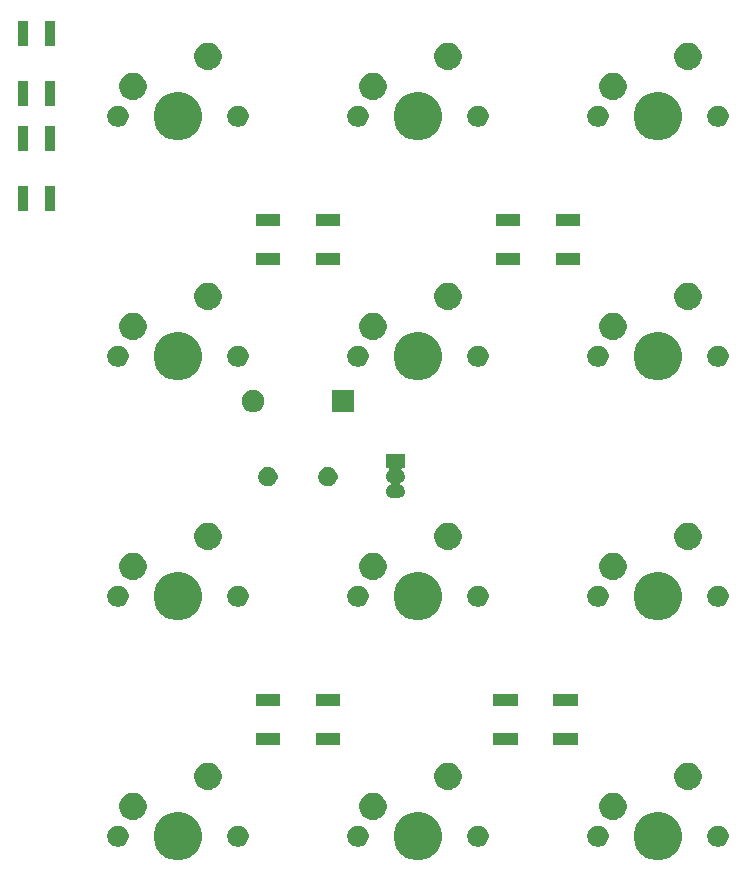
<source format=gts>
G04 #@! TF.GenerationSoftware,KiCad,Pcbnew,(5.1.5)-3*
G04 #@! TF.CreationDate,2020-09-04T17:37:12+09:00*
G04 #@! TF.ProjectId,futureKeyboardLeft,66757475-7265-44b6-9579-626f6172644c,rev?*
G04 #@! TF.SameCoordinates,Original*
G04 #@! TF.FileFunction,Soldermask,Top*
G04 #@! TF.FilePolarity,Negative*
%FSLAX46Y46*%
G04 Gerber Fmt 4.6, Leading zero omitted, Abs format (unit mm)*
G04 Created by KiCad (PCBNEW (5.1.5)-3) date 2020-09-04 17:37:12*
%MOMM*%
%LPD*%
G04 APERTURE LIST*
%ADD10C,0.100000*%
G04 APERTURE END LIST*
D10*
G36*
X182208254Y-95182818D02*
G01*
X182581511Y-95337426D01*
X182581513Y-95337427D01*
X182917436Y-95561884D01*
X183203116Y-95847564D01*
X183427574Y-96183489D01*
X183582182Y-96556746D01*
X183661000Y-96952993D01*
X183661000Y-97357007D01*
X183582182Y-97753254D01*
X183427574Y-98126511D01*
X183427573Y-98126513D01*
X183203116Y-98462436D01*
X182917436Y-98748116D01*
X182581513Y-98972573D01*
X182581512Y-98972574D01*
X182581511Y-98972574D01*
X182208254Y-99127182D01*
X181812007Y-99206000D01*
X181407993Y-99206000D01*
X181011746Y-99127182D01*
X180638489Y-98972574D01*
X180638488Y-98972574D01*
X180638487Y-98972573D01*
X180302564Y-98748116D01*
X180016884Y-98462436D01*
X179792427Y-98126513D01*
X179792426Y-98126511D01*
X179637818Y-97753254D01*
X179559000Y-97357007D01*
X179559000Y-96952993D01*
X179637818Y-96556746D01*
X179792426Y-96183489D01*
X180016884Y-95847564D01*
X180302564Y-95561884D01*
X180638487Y-95337427D01*
X180638489Y-95337426D01*
X181011746Y-95182818D01*
X181407993Y-95104000D01*
X181812007Y-95104000D01*
X182208254Y-95182818D01*
G37*
G36*
X161888254Y-95182818D02*
G01*
X162261511Y-95337426D01*
X162261513Y-95337427D01*
X162597436Y-95561884D01*
X162883116Y-95847564D01*
X163107574Y-96183489D01*
X163262182Y-96556746D01*
X163341000Y-96952993D01*
X163341000Y-97357007D01*
X163262182Y-97753254D01*
X163107574Y-98126511D01*
X163107573Y-98126513D01*
X162883116Y-98462436D01*
X162597436Y-98748116D01*
X162261513Y-98972573D01*
X162261512Y-98972574D01*
X162261511Y-98972574D01*
X161888254Y-99127182D01*
X161492007Y-99206000D01*
X161087993Y-99206000D01*
X160691746Y-99127182D01*
X160318489Y-98972574D01*
X160318488Y-98972574D01*
X160318487Y-98972573D01*
X159982564Y-98748116D01*
X159696884Y-98462436D01*
X159472427Y-98126513D01*
X159472426Y-98126511D01*
X159317818Y-97753254D01*
X159239000Y-97357007D01*
X159239000Y-96952993D01*
X159317818Y-96556746D01*
X159472426Y-96183489D01*
X159696884Y-95847564D01*
X159982564Y-95561884D01*
X160318487Y-95337427D01*
X160318489Y-95337426D01*
X160691746Y-95182818D01*
X161087993Y-95104000D01*
X161492007Y-95104000D01*
X161888254Y-95182818D01*
G37*
G36*
X141568254Y-95182818D02*
G01*
X141941511Y-95337426D01*
X141941513Y-95337427D01*
X142277436Y-95561884D01*
X142563116Y-95847564D01*
X142787574Y-96183489D01*
X142942182Y-96556746D01*
X143021000Y-96952993D01*
X143021000Y-97357007D01*
X142942182Y-97753254D01*
X142787574Y-98126511D01*
X142787573Y-98126513D01*
X142563116Y-98462436D01*
X142277436Y-98748116D01*
X141941513Y-98972573D01*
X141941512Y-98972574D01*
X141941511Y-98972574D01*
X141568254Y-99127182D01*
X141172007Y-99206000D01*
X140767993Y-99206000D01*
X140371746Y-99127182D01*
X139998489Y-98972574D01*
X139998488Y-98972574D01*
X139998487Y-98972573D01*
X139662564Y-98748116D01*
X139376884Y-98462436D01*
X139152427Y-98126513D01*
X139152426Y-98126511D01*
X138997818Y-97753254D01*
X138919000Y-97357007D01*
X138919000Y-96952993D01*
X138997818Y-96556746D01*
X139152426Y-96183489D01*
X139376884Y-95847564D01*
X139662564Y-95561884D01*
X139998487Y-95337427D01*
X139998489Y-95337426D01*
X140371746Y-95182818D01*
X140767993Y-95104000D01*
X141172007Y-95104000D01*
X141568254Y-95182818D01*
G37*
G36*
X156323512Y-96258927D02*
G01*
X156472812Y-96288624D01*
X156636784Y-96356544D01*
X156784354Y-96455147D01*
X156909853Y-96580646D01*
X157008456Y-96728216D01*
X157076376Y-96892188D01*
X157111000Y-97066259D01*
X157111000Y-97243741D01*
X157076376Y-97417812D01*
X157008456Y-97581784D01*
X156909853Y-97729354D01*
X156784354Y-97854853D01*
X156636784Y-97953456D01*
X156472812Y-98021376D01*
X156323512Y-98051073D01*
X156298742Y-98056000D01*
X156121258Y-98056000D01*
X156096488Y-98051073D01*
X155947188Y-98021376D01*
X155783216Y-97953456D01*
X155635646Y-97854853D01*
X155510147Y-97729354D01*
X155411544Y-97581784D01*
X155343624Y-97417812D01*
X155309000Y-97243741D01*
X155309000Y-97066259D01*
X155343624Y-96892188D01*
X155411544Y-96728216D01*
X155510147Y-96580646D01*
X155635646Y-96455147D01*
X155783216Y-96356544D01*
X155947188Y-96288624D01*
X156096488Y-96258927D01*
X156121258Y-96254000D01*
X156298742Y-96254000D01*
X156323512Y-96258927D01*
G37*
G36*
X176643512Y-96258927D02*
G01*
X176792812Y-96288624D01*
X176956784Y-96356544D01*
X177104354Y-96455147D01*
X177229853Y-96580646D01*
X177328456Y-96728216D01*
X177396376Y-96892188D01*
X177431000Y-97066259D01*
X177431000Y-97243741D01*
X177396376Y-97417812D01*
X177328456Y-97581784D01*
X177229853Y-97729354D01*
X177104354Y-97854853D01*
X176956784Y-97953456D01*
X176792812Y-98021376D01*
X176643512Y-98051073D01*
X176618742Y-98056000D01*
X176441258Y-98056000D01*
X176416488Y-98051073D01*
X176267188Y-98021376D01*
X176103216Y-97953456D01*
X175955646Y-97854853D01*
X175830147Y-97729354D01*
X175731544Y-97581784D01*
X175663624Y-97417812D01*
X175629000Y-97243741D01*
X175629000Y-97066259D01*
X175663624Y-96892188D01*
X175731544Y-96728216D01*
X175830147Y-96580646D01*
X175955646Y-96455147D01*
X176103216Y-96356544D01*
X176267188Y-96288624D01*
X176416488Y-96258927D01*
X176441258Y-96254000D01*
X176618742Y-96254000D01*
X176643512Y-96258927D01*
G37*
G36*
X186803512Y-96258927D02*
G01*
X186952812Y-96288624D01*
X187116784Y-96356544D01*
X187264354Y-96455147D01*
X187389853Y-96580646D01*
X187488456Y-96728216D01*
X187556376Y-96892188D01*
X187591000Y-97066259D01*
X187591000Y-97243741D01*
X187556376Y-97417812D01*
X187488456Y-97581784D01*
X187389853Y-97729354D01*
X187264354Y-97854853D01*
X187116784Y-97953456D01*
X186952812Y-98021376D01*
X186803512Y-98051073D01*
X186778742Y-98056000D01*
X186601258Y-98056000D01*
X186576488Y-98051073D01*
X186427188Y-98021376D01*
X186263216Y-97953456D01*
X186115646Y-97854853D01*
X185990147Y-97729354D01*
X185891544Y-97581784D01*
X185823624Y-97417812D01*
X185789000Y-97243741D01*
X185789000Y-97066259D01*
X185823624Y-96892188D01*
X185891544Y-96728216D01*
X185990147Y-96580646D01*
X186115646Y-96455147D01*
X186263216Y-96356544D01*
X186427188Y-96288624D01*
X186576488Y-96258927D01*
X186601258Y-96254000D01*
X186778742Y-96254000D01*
X186803512Y-96258927D01*
G37*
G36*
X166483512Y-96258927D02*
G01*
X166632812Y-96288624D01*
X166796784Y-96356544D01*
X166944354Y-96455147D01*
X167069853Y-96580646D01*
X167168456Y-96728216D01*
X167236376Y-96892188D01*
X167271000Y-97066259D01*
X167271000Y-97243741D01*
X167236376Y-97417812D01*
X167168456Y-97581784D01*
X167069853Y-97729354D01*
X166944354Y-97854853D01*
X166796784Y-97953456D01*
X166632812Y-98021376D01*
X166483512Y-98051073D01*
X166458742Y-98056000D01*
X166281258Y-98056000D01*
X166256488Y-98051073D01*
X166107188Y-98021376D01*
X165943216Y-97953456D01*
X165795646Y-97854853D01*
X165670147Y-97729354D01*
X165571544Y-97581784D01*
X165503624Y-97417812D01*
X165469000Y-97243741D01*
X165469000Y-97066259D01*
X165503624Y-96892188D01*
X165571544Y-96728216D01*
X165670147Y-96580646D01*
X165795646Y-96455147D01*
X165943216Y-96356544D01*
X166107188Y-96288624D01*
X166256488Y-96258927D01*
X166281258Y-96254000D01*
X166458742Y-96254000D01*
X166483512Y-96258927D01*
G37*
G36*
X146163512Y-96258927D02*
G01*
X146312812Y-96288624D01*
X146476784Y-96356544D01*
X146624354Y-96455147D01*
X146749853Y-96580646D01*
X146848456Y-96728216D01*
X146916376Y-96892188D01*
X146951000Y-97066259D01*
X146951000Y-97243741D01*
X146916376Y-97417812D01*
X146848456Y-97581784D01*
X146749853Y-97729354D01*
X146624354Y-97854853D01*
X146476784Y-97953456D01*
X146312812Y-98021376D01*
X146163512Y-98051073D01*
X146138742Y-98056000D01*
X145961258Y-98056000D01*
X145936488Y-98051073D01*
X145787188Y-98021376D01*
X145623216Y-97953456D01*
X145475646Y-97854853D01*
X145350147Y-97729354D01*
X145251544Y-97581784D01*
X145183624Y-97417812D01*
X145149000Y-97243741D01*
X145149000Y-97066259D01*
X145183624Y-96892188D01*
X145251544Y-96728216D01*
X145350147Y-96580646D01*
X145475646Y-96455147D01*
X145623216Y-96356544D01*
X145787188Y-96288624D01*
X145936488Y-96258927D01*
X145961258Y-96254000D01*
X146138742Y-96254000D01*
X146163512Y-96258927D01*
G37*
G36*
X136003512Y-96258927D02*
G01*
X136152812Y-96288624D01*
X136316784Y-96356544D01*
X136464354Y-96455147D01*
X136589853Y-96580646D01*
X136688456Y-96728216D01*
X136756376Y-96892188D01*
X136791000Y-97066259D01*
X136791000Y-97243741D01*
X136756376Y-97417812D01*
X136688456Y-97581784D01*
X136589853Y-97729354D01*
X136464354Y-97854853D01*
X136316784Y-97953456D01*
X136152812Y-98021376D01*
X136003512Y-98051073D01*
X135978742Y-98056000D01*
X135801258Y-98056000D01*
X135776488Y-98051073D01*
X135627188Y-98021376D01*
X135463216Y-97953456D01*
X135315646Y-97854853D01*
X135190147Y-97729354D01*
X135091544Y-97581784D01*
X135023624Y-97417812D01*
X134989000Y-97243741D01*
X134989000Y-97066259D01*
X135023624Y-96892188D01*
X135091544Y-96728216D01*
X135190147Y-96580646D01*
X135315646Y-96455147D01*
X135463216Y-96356544D01*
X135627188Y-96288624D01*
X135776488Y-96258927D01*
X135801258Y-96254000D01*
X135978742Y-96254000D01*
X136003512Y-96258927D01*
G37*
G36*
X137384549Y-93486116D02*
G01*
X137495734Y-93508232D01*
X137705203Y-93594997D01*
X137893720Y-93720960D01*
X138054040Y-93881280D01*
X138180003Y-94069797D01*
X138266768Y-94279266D01*
X138311000Y-94501636D01*
X138311000Y-94728364D01*
X138266768Y-94950734D01*
X138180003Y-95160203D01*
X138054040Y-95348720D01*
X137893720Y-95509040D01*
X137705203Y-95635003D01*
X137495734Y-95721768D01*
X137384549Y-95743884D01*
X137273365Y-95766000D01*
X137046635Y-95766000D01*
X136935451Y-95743884D01*
X136824266Y-95721768D01*
X136614797Y-95635003D01*
X136426280Y-95509040D01*
X136265960Y-95348720D01*
X136139997Y-95160203D01*
X136053232Y-94950734D01*
X136009000Y-94728364D01*
X136009000Y-94501636D01*
X136053232Y-94279266D01*
X136139997Y-94069797D01*
X136265960Y-93881280D01*
X136426280Y-93720960D01*
X136614797Y-93594997D01*
X136824266Y-93508232D01*
X136935451Y-93486116D01*
X137046635Y-93464000D01*
X137273365Y-93464000D01*
X137384549Y-93486116D01*
G37*
G36*
X157704549Y-93486116D02*
G01*
X157815734Y-93508232D01*
X158025203Y-93594997D01*
X158213720Y-93720960D01*
X158374040Y-93881280D01*
X158500003Y-94069797D01*
X158586768Y-94279266D01*
X158631000Y-94501636D01*
X158631000Y-94728364D01*
X158586768Y-94950734D01*
X158500003Y-95160203D01*
X158374040Y-95348720D01*
X158213720Y-95509040D01*
X158025203Y-95635003D01*
X157815734Y-95721768D01*
X157704549Y-95743884D01*
X157593365Y-95766000D01*
X157366635Y-95766000D01*
X157255451Y-95743884D01*
X157144266Y-95721768D01*
X156934797Y-95635003D01*
X156746280Y-95509040D01*
X156585960Y-95348720D01*
X156459997Y-95160203D01*
X156373232Y-94950734D01*
X156329000Y-94728364D01*
X156329000Y-94501636D01*
X156373232Y-94279266D01*
X156459997Y-94069797D01*
X156585960Y-93881280D01*
X156746280Y-93720960D01*
X156934797Y-93594997D01*
X157144266Y-93508232D01*
X157255451Y-93486116D01*
X157366635Y-93464000D01*
X157593365Y-93464000D01*
X157704549Y-93486116D01*
G37*
G36*
X178024549Y-93486116D02*
G01*
X178135734Y-93508232D01*
X178345203Y-93594997D01*
X178533720Y-93720960D01*
X178694040Y-93881280D01*
X178820003Y-94069797D01*
X178906768Y-94279266D01*
X178951000Y-94501636D01*
X178951000Y-94728364D01*
X178906768Y-94950734D01*
X178820003Y-95160203D01*
X178694040Y-95348720D01*
X178533720Y-95509040D01*
X178345203Y-95635003D01*
X178135734Y-95721768D01*
X178024549Y-95743884D01*
X177913365Y-95766000D01*
X177686635Y-95766000D01*
X177575451Y-95743884D01*
X177464266Y-95721768D01*
X177254797Y-95635003D01*
X177066280Y-95509040D01*
X176905960Y-95348720D01*
X176779997Y-95160203D01*
X176693232Y-94950734D01*
X176649000Y-94728364D01*
X176649000Y-94501636D01*
X176693232Y-94279266D01*
X176779997Y-94069797D01*
X176905960Y-93881280D01*
X177066280Y-93720960D01*
X177254797Y-93594997D01*
X177464266Y-93508232D01*
X177575451Y-93486116D01*
X177686635Y-93464000D01*
X177913365Y-93464000D01*
X178024549Y-93486116D01*
G37*
G36*
X143734549Y-90946116D02*
G01*
X143845734Y-90968232D01*
X144055203Y-91054997D01*
X144243720Y-91180960D01*
X144404040Y-91341280D01*
X144530003Y-91529797D01*
X144616768Y-91739266D01*
X144661000Y-91961636D01*
X144661000Y-92188364D01*
X144616768Y-92410734D01*
X144530003Y-92620203D01*
X144404040Y-92808720D01*
X144243720Y-92969040D01*
X144055203Y-93095003D01*
X143845734Y-93181768D01*
X143734549Y-93203884D01*
X143623365Y-93226000D01*
X143396635Y-93226000D01*
X143285451Y-93203884D01*
X143174266Y-93181768D01*
X142964797Y-93095003D01*
X142776280Y-92969040D01*
X142615960Y-92808720D01*
X142489997Y-92620203D01*
X142403232Y-92410734D01*
X142359000Y-92188364D01*
X142359000Y-91961636D01*
X142403232Y-91739266D01*
X142489997Y-91529797D01*
X142615960Y-91341280D01*
X142776280Y-91180960D01*
X142964797Y-91054997D01*
X143174266Y-90968232D01*
X143285451Y-90946116D01*
X143396635Y-90924000D01*
X143623365Y-90924000D01*
X143734549Y-90946116D01*
G37*
G36*
X184374549Y-90946116D02*
G01*
X184485734Y-90968232D01*
X184695203Y-91054997D01*
X184883720Y-91180960D01*
X185044040Y-91341280D01*
X185170003Y-91529797D01*
X185256768Y-91739266D01*
X185301000Y-91961636D01*
X185301000Y-92188364D01*
X185256768Y-92410734D01*
X185170003Y-92620203D01*
X185044040Y-92808720D01*
X184883720Y-92969040D01*
X184695203Y-93095003D01*
X184485734Y-93181768D01*
X184374549Y-93203884D01*
X184263365Y-93226000D01*
X184036635Y-93226000D01*
X183925451Y-93203884D01*
X183814266Y-93181768D01*
X183604797Y-93095003D01*
X183416280Y-92969040D01*
X183255960Y-92808720D01*
X183129997Y-92620203D01*
X183043232Y-92410734D01*
X182999000Y-92188364D01*
X182999000Y-91961636D01*
X183043232Y-91739266D01*
X183129997Y-91529797D01*
X183255960Y-91341280D01*
X183416280Y-91180960D01*
X183604797Y-91054997D01*
X183814266Y-90968232D01*
X183925451Y-90946116D01*
X184036635Y-90924000D01*
X184263365Y-90924000D01*
X184374549Y-90946116D01*
G37*
G36*
X164054549Y-90946116D02*
G01*
X164165734Y-90968232D01*
X164375203Y-91054997D01*
X164563720Y-91180960D01*
X164724040Y-91341280D01*
X164850003Y-91529797D01*
X164936768Y-91739266D01*
X164981000Y-91961636D01*
X164981000Y-92188364D01*
X164936768Y-92410734D01*
X164850003Y-92620203D01*
X164724040Y-92808720D01*
X164563720Y-92969040D01*
X164375203Y-93095003D01*
X164165734Y-93181768D01*
X164054549Y-93203884D01*
X163943365Y-93226000D01*
X163716635Y-93226000D01*
X163605451Y-93203884D01*
X163494266Y-93181768D01*
X163284797Y-93095003D01*
X163096280Y-92969040D01*
X162935960Y-92808720D01*
X162809997Y-92620203D01*
X162723232Y-92410734D01*
X162679000Y-92188364D01*
X162679000Y-91961636D01*
X162723232Y-91739266D01*
X162809997Y-91529797D01*
X162935960Y-91341280D01*
X163096280Y-91180960D01*
X163284797Y-91054997D01*
X163494266Y-90968232D01*
X163605451Y-90946116D01*
X163716635Y-90924000D01*
X163943365Y-90924000D01*
X164054549Y-90946116D01*
G37*
G36*
X169776000Y-89401000D02*
G01*
X167674000Y-89401000D01*
X167674000Y-88399000D01*
X169776000Y-88399000D01*
X169776000Y-89401000D01*
G37*
G36*
X174856000Y-89401000D02*
G01*
X172754000Y-89401000D01*
X172754000Y-88399000D01*
X174856000Y-88399000D01*
X174856000Y-89401000D01*
G37*
G36*
X154721000Y-89401000D02*
G01*
X152619000Y-89401000D01*
X152619000Y-88399000D01*
X154721000Y-88399000D01*
X154721000Y-89401000D01*
G37*
G36*
X149641000Y-89401000D02*
G01*
X147539000Y-89401000D01*
X147539000Y-88399000D01*
X149641000Y-88399000D01*
X149641000Y-89401000D01*
G37*
G36*
X169776000Y-86099000D02*
G01*
X167674000Y-86099000D01*
X167674000Y-85097000D01*
X169776000Y-85097000D01*
X169776000Y-86099000D01*
G37*
G36*
X174856000Y-86099000D02*
G01*
X172754000Y-86099000D01*
X172754000Y-85097000D01*
X174856000Y-85097000D01*
X174856000Y-86099000D01*
G37*
G36*
X154721000Y-86099000D02*
G01*
X152619000Y-86099000D01*
X152619000Y-85097000D01*
X154721000Y-85097000D01*
X154721000Y-86099000D01*
G37*
G36*
X149641000Y-86099000D02*
G01*
X147539000Y-86099000D01*
X147539000Y-85097000D01*
X149641000Y-85097000D01*
X149641000Y-86099000D01*
G37*
G36*
X182208254Y-74862818D02*
G01*
X182581511Y-75017426D01*
X182581513Y-75017427D01*
X182917436Y-75241884D01*
X183203116Y-75527564D01*
X183427574Y-75863489D01*
X183582182Y-76236746D01*
X183661000Y-76632993D01*
X183661000Y-77037007D01*
X183582182Y-77433254D01*
X183427574Y-77806511D01*
X183427573Y-77806513D01*
X183203116Y-78142436D01*
X182917436Y-78428116D01*
X182581513Y-78652573D01*
X182581512Y-78652574D01*
X182581511Y-78652574D01*
X182208254Y-78807182D01*
X181812007Y-78886000D01*
X181407993Y-78886000D01*
X181011746Y-78807182D01*
X180638489Y-78652574D01*
X180638488Y-78652574D01*
X180638487Y-78652573D01*
X180302564Y-78428116D01*
X180016884Y-78142436D01*
X179792427Y-77806513D01*
X179792426Y-77806511D01*
X179637818Y-77433254D01*
X179559000Y-77037007D01*
X179559000Y-76632993D01*
X179637818Y-76236746D01*
X179792426Y-75863489D01*
X180016884Y-75527564D01*
X180302564Y-75241884D01*
X180638487Y-75017427D01*
X180638489Y-75017426D01*
X181011746Y-74862818D01*
X181407993Y-74784000D01*
X181812007Y-74784000D01*
X182208254Y-74862818D01*
G37*
G36*
X141568254Y-74862818D02*
G01*
X141941511Y-75017426D01*
X141941513Y-75017427D01*
X142277436Y-75241884D01*
X142563116Y-75527564D01*
X142787574Y-75863489D01*
X142942182Y-76236746D01*
X143021000Y-76632993D01*
X143021000Y-77037007D01*
X142942182Y-77433254D01*
X142787574Y-77806511D01*
X142787573Y-77806513D01*
X142563116Y-78142436D01*
X142277436Y-78428116D01*
X141941513Y-78652573D01*
X141941512Y-78652574D01*
X141941511Y-78652574D01*
X141568254Y-78807182D01*
X141172007Y-78886000D01*
X140767993Y-78886000D01*
X140371746Y-78807182D01*
X139998489Y-78652574D01*
X139998488Y-78652574D01*
X139998487Y-78652573D01*
X139662564Y-78428116D01*
X139376884Y-78142436D01*
X139152427Y-77806513D01*
X139152426Y-77806511D01*
X138997818Y-77433254D01*
X138919000Y-77037007D01*
X138919000Y-76632993D01*
X138997818Y-76236746D01*
X139152426Y-75863489D01*
X139376884Y-75527564D01*
X139662564Y-75241884D01*
X139998487Y-75017427D01*
X139998489Y-75017426D01*
X140371746Y-74862818D01*
X140767993Y-74784000D01*
X141172007Y-74784000D01*
X141568254Y-74862818D01*
G37*
G36*
X161888254Y-74862818D02*
G01*
X162261511Y-75017426D01*
X162261513Y-75017427D01*
X162597436Y-75241884D01*
X162883116Y-75527564D01*
X163107574Y-75863489D01*
X163262182Y-76236746D01*
X163341000Y-76632993D01*
X163341000Y-77037007D01*
X163262182Y-77433254D01*
X163107574Y-77806511D01*
X163107573Y-77806513D01*
X162883116Y-78142436D01*
X162597436Y-78428116D01*
X162261513Y-78652573D01*
X162261512Y-78652574D01*
X162261511Y-78652574D01*
X161888254Y-78807182D01*
X161492007Y-78886000D01*
X161087993Y-78886000D01*
X160691746Y-78807182D01*
X160318489Y-78652574D01*
X160318488Y-78652574D01*
X160318487Y-78652573D01*
X159982564Y-78428116D01*
X159696884Y-78142436D01*
X159472427Y-77806513D01*
X159472426Y-77806511D01*
X159317818Y-77433254D01*
X159239000Y-77037007D01*
X159239000Y-76632993D01*
X159317818Y-76236746D01*
X159472426Y-75863489D01*
X159696884Y-75527564D01*
X159982564Y-75241884D01*
X160318487Y-75017427D01*
X160318489Y-75017426D01*
X160691746Y-74862818D01*
X161087993Y-74784000D01*
X161492007Y-74784000D01*
X161888254Y-74862818D01*
G37*
G36*
X146163512Y-75938927D02*
G01*
X146312812Y-75968624D01*
X146476784Y-76036544D01*
X146624354Y-76135147D01*
X146749853Y-76260646D01*
X146848456Y-76408216D01*
X146916376Y-76572188D01*
X146951000Y-76746259D01*
X146951000Y-76923741D01*
X146916376Y-77097812D01*
X146848456Y-77261784D01*
X146749853Y-77409354D01*
X146624354Y-77534853D01*
X146476784Y-77633456D01*
X146312812Y-77701376D01*
X146163512Y-77731073D01*
X146138742Y-77736000D01*
X145961258Y-77736000D01*
X145936488Y-77731073D01*
X145787188Y-77701376D01*
X145623216Y-77633456D01*
X145475646Y-77534853D01*
X145350147Y-77409354D01*
X145251544Y-77261784D01*
X145183624Y-77097812D01*
X145149000Y-76923741D01*
X145149000Y-76746259D01*
X145183624Y-76572188D01*
X145251544Y-76408216D01*
X145350147Y-76260646D01*
X145475646Y-76135147D01*
X145623216Y-76036544D01*
X145787188Y-75968624D01*
X145936488Y-75938927D01*
X145961258Y-75934000D01*
X146138742Y-75934000D01*
X146163512Y-75938927D01*
G37*
G36*
X166483512Y-75938927D02*
G01*
X166632812Y-75968624D01*
X166796784Y-76036544D01*
X166944354Y-76135147D01*
X167069853Y-76260646D01*
X167168456Y-76408216D01*
X167236376Y-76572188D01*
X167271000Y-76746259D01*
X167271000Y-76923741D01*
X167236376Y-77097812D01*
X167168456Y-77261784D01*
X167069853Y-77409354D01*
X166944354Y-77534853D01*
X166796784Y-77633456D01*
X166632812Y-77701376D01*
X166483512Y-77731073D01*
X166458742Y-77736000D01*
X166281258Y-77736000D01*
X166256488Y-77731073D01*
X166107188Y-77701376D01*
X165943216Y-77633456D01*
X165795646Y-77534853D01*
X165670147Y-77409354D01*
X165571544Y-77261784D01*
X165503624Y-77097812D01*
X165469000Y-76923741D01*
X165469000Y-76746259D01*
X165503624Y-76572188D01*
X165571544Y-76408216D01*
X165670147Y-76260646D01*
X165795646Y-76135147D01*
X165943216Y-76036544D01*
X166107188Y-75968624D01*
X166256488Y-75938927D01*
X166281258Y-75934000D01*
X166458742Y-75934000D01*
X166483512Y-75938927D01*
G37*
G36*
X156323512Y-75938927D02*
G01*
X156472812Y-75968624D01*
X156636784Y-76036544D01*
X156784354Y-76135147D01*
X156909853Y-76260646D01*
X157008456Y-76408216D01*
X157076376Y-76572188D01*
X157111000Y-76746259D01*
X157111000Y-76923741D01*
X157076376Y-77097812D01*
X157008456Y-77261784D01*
X156909853Y-77409354D01*
X156784354Y-77534853D01*
X156636784Y-77633456D01*
X156472812Y-77701376D01*
X156323512Y-77731073D01*
X156298742Y-77736000D01*
X156121258Y-77736000D01*
X156096488Y-77731073D01*
X155947188Y-77701376D01*
X155783216Y-77633456D01*
X155635646Y-77534853D01*
X155510147Y-77409354D01*
X155411544Y-77261784D01*
X155343624Y-77097812D01*
X155309000Y-76923741D01*
X155309000Y-76746259D01*
X155343624Y-76572188D01*
X155411544Y-76408216D01*
X155510147Y-76260646D01*
X155635646Y-76135147D01*
X155783216Y-76036544D01*
X155947188Y-75968624D01*
X156096488Y-75938927D01*
X156121258Y-75934000D01*
X156298742Y-75934000D01*
X156323512Y-75938927D01*
G37*
G36*
X136003512Y-75938927D02*
G01*
X136152812Y-75968624D01*
X136316784Y-76036544D01*
X136464354Y-76135147D01*
X136589853Y-76260646D01*
X136688456Y-76408216D01*
X136756376Y-76572188D01*
X136791000Y-76746259D01*
X136791000Y-76923741D01*
X136756376Y-77097812D01*
X136688456Y-77261784D01*
X136589853Y-77409354D01*
X136464354Y-77534853D01*
X136316784Y-77633456D01*
X136152812Y-77701376D01*
X136003512Y-77731073D01*
X135978742Y-77736000D01*
X135801258Y-77736000D01*
X135776488Y-77731073D01*
X135627188Y-77701376D01*
X135463216Y-77633456D01*
X135315646Y-77534853D01*
X135190147Y-77409354D01*
X135091544Y-77261784D01*
X135023624Y-77097812D01*
X134989000Y-76923741D01*
X134989000Y-76746259D01*
X135023624Y-76572188D01*
X135091544Y-76408216D01*
X135190147Y-76260646D01*
X135315646Y-76135147D01*
X135463216Y-76036544D01*
X135627188Y-75968624D01*
X135776488Y-75938927D01*
X135801258Y-75934000D01*
X135978742Y-75934000D01*
X136003512Y-75938927D01*
G37*
G36*
X186803512Y-75938927D02*
G01*
X186952812Y-75968624D01*
X187116784Y-76036544D01*
X187264354Y-76135147D01*
X187389853Y-76260646D01*
X187488456Y-76408216D01*
X187556376Y-76572188D01*
X187591000Y-76746259D01*
X187591000Y-76923741D01*
X187556376Y-77097812D01*
X187488456Y-77261784D01*
X187389853Y-77409354D01*
X187264354Y-77534853D01*
X187116784Y-77633456D01*
X186952812Y-77701376D01*
X186803512Y-77731073D01*
X186778742Y-77736000D01*
X186601258Y-77736000D01*
X186576488Y-77731073D01*
X186427188Y-77701376D01*
X186263216Y-77633456D01*
X186115646Y-77534853D01*
X185990147Y-77409354D01*
X185891544Y-77261784D01*
X185823624Y-77097812D01*
X185789000Y-76923741D01*
X185789000Y-76746259D01*
X185823624Y-76572188D01*
X185891544Y-76408216D01*
X185990147Y-76260646D01*
X186115646Y-76135147D01*
X186263216Y-76036544D01*
X186427188Y-75968624D01*
X186576488Y-75938927D01*
X186601258Y-75934000D01*
X186778742Y-75934000D01*
X186803512Y-75938927D01*
G37*
G36*
X176643512Y-75938927D02*
G01*
X176792812Y-75968624D01*
X176956784Y-76036544D01*
X177104354Y-76135147D01*
X177229853Y-76260646D01*
X177328456Y-76408216D01*
X177396376Y-76572188D01*
X177431000Y-76746259D01*
X177431000Y-76923741D01*
X177396376Y-77097812D01*
X177328456Y-77261784D01*
X177229853Y-77409354D01*
X177104354Y-77534853D01*
X176956784Y-77633456D01*
X176792812Y-77701376D01*
X176643512Y-77731073D01*
X176618742Y-77736000D01*
X176441258Y-77736000D01*
X176416488Y-77731073D01*
X176267188Y-77701376D01*
X176103216Y-77633456D01*
X175955646Y-77534853D01*
X175830147Y-77409354D01*
X175731544Y-77261784D01*
X175663624Y-77097812D01*
X175629000Y-76923741D01*
X175629000Y-76746259D01*
X175663624Y-76572188D01*
X175731544Y-76408216D01*
X175830147Y-76260646D01*
X175955646Y-76135147D01*
X176103216Y-76036544D01*
X176267188Y-75968624D01*
X176416488Y-75938927D01*
X176441258Y-75934000D01*
X176618742Y-75934000D01*
X176643512Y-75938927D01*
G37*
G36*
X178024549Y-73166116D02*
G01*
X178135734Y-73188232D01*
X178345203Y-73274997D01*
X178533720Y-73400960D01*
X178694040Y-73561280D01*
X178820003Y-73749797D01*
X178906768Y-73959266D01*
X178951000Y-74181636D01*
X178951000Y-74408364D01*
X178906768Y-74630734D01*
X178820003Y-74840203D01*
X178694040Y-75028720D01*
X178533720Y-75189040D01*
X178345203Y-75315003D01*
X178135734Y-75401768D01*
X178024549Y-75423884D01*
X177913365Y-75446000D01*
X177686635Y-75446000D01*
X177575451Y-75423884D01*
X177464266Y-75401768D01*
X177254797Y-75315003D01*
X177066280Y-75189040D01*
X176905960Y-75028720D01*
X176779997Y-74840203D01*
X176693232Y-74630734D01*
X176649000Y-74408364D01*
X176649000Y-74181636D01*
X176693232Y-73959266D01*
X176779997Y-73749797D01*
X176905960Y-73561280D01*
X177066280Y-73400960D01*
X177254797Y-73274997D01*
X177464266Y-73188232D01*
X177575451Y-73166116D01*
X177686635Y-73144000D01*
X177913365Y-73144000D01*
X178024549Y-73166116D01*
G37*
G36*
X157704549Y-73166116D02*
G01*
X157815734Y-73188232D01*
X158025203Y-73274997D01*
X158213720Y-73400960D01*
X158374040Y-73561280D01*
X158500003Y-73749797D01*
X158586768Y-73959266D01*
X158631000Y-74181636D01*
X158631000Y-74408364D01*
X158586768Y-74630734D01*
X158500003Y-74840203D01*
X158374040Y-75028720D01*
X158213720Y-75189040D01*
X158025203Y-75315003D01*
X157815734Y-75401768D01*
X157704549Y-75423884D01*
X157593365Y-75446000D01*
X157366635Y-75446000D01*
X157255451Y-75423884D01*
X157144266Y-75401768D01*
X156934797Y-75315003D01*
X156746280Y-75189040D01*
X156585960Y-75028720D01*
X156459997Y-74840203D01*
X156373232Y-74630734D01*
X156329000Y-74408364D01*
X156329000Y-74181636D01*
X156373232Y-73959266D01*
X156459997Y-73749797D01*
X156585960Y-73561280D01*
X156746280Y-73400960D01*
X156934797Y-73274997D01*
X157144266Y-73188232D01*
X157255451Y-73166116D01*
X157366635Y-73144000D01*
X157593365Y-73144000D01*
X157704549Y-73166116D01*
G37*
G36*
X137384549Y-73166116D02*
G01*
X137495734Y-73188232D01*
X137705203Y-73274997D01*
X137893720Y-73400960D01*
X138054040Y-73561280D01*
X138180003Y-73749797D01*
X138266768Y-73959266D01*
X138311000Y-74181636D01*
X138311000Y-74408364D01*
X138266768Y-74630734D01*
X138180003Y-74840203D01*
X138054040Y-75028720D01*
X137893720Y-75189040D01*
X137705203Y-75315003D01*
X137495734Y-75401768D01*
X137384549Y-75423884D01*
X137273365Y-75446000D01*
X137046635Y-75446000D01*
X136935451Y-75423884D01*
X136824266Y-75401768D01*
X136614797Y-75315003D01*
X136426280Y-75189040D01*
X136265960Y-75028720D01*
X136139997Y-74840203D01*
X136053232Y-74630734D01*
X136009000Y-74408364D01*
X136009000Y-74181636D01*
X136053232Y-73959266D01*
X136139997Y-73749797D01*
X136265960Y-73561280D01*
X136426280Y-73400960D01*
X136614797Y-73274997D01*
X136824266Y-73188232D01*
X136935451Y-73166116D01*
X137046635Y-73144000D01*
X137273365Y-73144000D01*
X137384549Y-73166116D01*
G37*
G36*
X143734549Y-70626116D02*
G01*
X143845734Y-70648232D01*
X144055203Y-70734997D01*
X144243720Y-70860960D01*
X144404040Y-71021280D01*
X144530003Y-71209797D01*
X144616768Y-71419266D01*
X144661000Y-71641636D01*
X144661000Y-71868364D01*
X144616768Y-72090734D01*
X144530003Y-72300203D01*
X144404040Y-72488720D01*
X144243720Y-72649040D01*
X144055203Y-72775003D01*
X143845734Y-72861768D01*
X143734549Y-72883884D01*
X143623365Y-72906000D01*
X143396635Y-72906000D01*
X143285451Y-72883884D01*
X143174266Y-72861768D01*
X142964797Y-72775003D01*
X142776280Y-72649040D01*
X142615960Y-72488720D01*
X142489997Y-72300203D01*
X142403232Y-72090734D01*
X142359000Y-71868364D01*
X142359000Y-71641636D01*
X142403232Y-71419266D01*
X142489997Y-71209797D01*
X142615960Y-71021280D01*
X142776280Y-70860960D01*
X142964797Y-70734997D01*
X143174266Y-70648232D01*
X143285451Y-70626116D01*
X143396635Y-70604000D01*
X143623365Y-70604000D01*
X143734549Y-70626116D01*
G37*
G36*
X184374549Y-70626116D02*
G01*
X184485734Y-70648232D01*
X184695203Y-70734997D01*
X184883720Y-70860960D01*
X185044040Y-71021280D01*
X185170003Y-71209797D01*
X185256768Y-71419266D01*
X185301000Y-71641636D01*
X185301000Y-71868364D01*
X185256768Y-72090734D01*
X185170003Y-72300203D01*
X185044040Y-72488720D01*
X184883720Y-72649040D01*
X184695203Y-72775003D01*
X184485734Y-72861768D01*
X184374549Y-72883884D01*
X184263365Y-72906000D01*
X184036635Y-72906000D01*
X183925451Y-72883884D01*
X183814266Y-72861768D01*
X183604797Y-72775003D01*
X183416280Y-72649040D01*
X183255960Y-72488720D01*
X183129997Y-72300203D01*
X183043232Y-72090734D01*
X182999000Y-71868364D01*
X182999000Y-71641636D01*
X183043232Y-71419266D01*
X183129997Y-71209797D01*
X183255960Y-71021280D01*
X183416280Y-70860960D01*
X183604797Y-70734997D01*
X183814266Y-70648232D01*
X183925451Y-70626116D01*
X184036635Y-70604000D01*
X184263365Y-70604000D01*
X184374549Y-70626116D01*
G37*
G36*
X164054549Y-70626116D02*
G01*
X164165734Y-70648232D01*
X164375203Y-70734997D01*
X164563720Y-70860960D01*
X164724040Y-71021280D01*
X164850003Y-71209797D01*
X164936768Y-71419266D01*
X164981000Y-71641636D01*
X164981000Y-71868364D01*
X164936768Y-72090734D01*
X164850003Y-72300203D01*
X164724040Y-72488720D01*
X164563720Y-72649040D01*
X164375203Y-72775003D01*
X164165734Y-72861768D01*
X164054549Y-72883884D01*
X163943365Y-72906000D01*
X163716635Y-72906000D01*
X163605451Y-72883884D01*
X163494266Y-72861768D01*
X163284797Y-72775003D01*
X163096280Y-72649040D01*
X162935960Y-72488720D01*
X162809997Y-72300203D01*
X162723232Y-72090734D01*
X162679000Y-71868364D01*
X162679000Y-71641636D01*
X162723232Y-71419266D01*
X162809997Y-71209797D01*
X162935960Y-71021280D01*
X163096280Y-70860960D01*
X163284797Y-70734997D01*
X163494266Y-70648232D01*
X163605451Y-70626116D01*
X163716635Y-70604000D01*
X163943365Y-70604000D01*
X164054549Y-70626116D01*
G37*
G36*
X160186000Y-65981000D02*
G01*
X160021660Y-65981000D01*
X159997274Y-65983402D01*
X159973825Y-65990515D01*
X159952214Y-66002066D01*
X159933272Y-66017611D01*
X159917727Y-66036553D01*
X159906176Y-66058164D01*
X159899063Y-66081613D01*
X159896661Y-66105999D01*
X159899063Y-66130385D01*
X159906176Y-66153834D01*
X159917727Y-66175445D01*
X159933272Y-66194387D01*
X159942345Y-66202609D01*
X160019264Y-66265736D01*
X160091244Y-66353443D01*
X160125429Y-66417399D01*
X160144728Y-66453505D01*
X160144729Y-66453508D01*
X160177666Y-66562084D01*
X160188787Y-66675000D01*
X160177666Y-66787916D01*
X160144729Y-66896492D01*
X160144728Y-66896495D01*
X160125429Y-66932601D01*
X160091244Y-66996557D01*
X160019264Y-67084264D01*
X159931557Y-67156244D01*
X159850141Y-67199761D01*
X159829766Y-67213375D01*
X159812439Y-67230702D01*
X159798826Y-67251076D01*
X159789448Y-67273715D01*
X159784668Y-67297748D01*
X159784668Y-67322252D01*
X159789448Y-67346285D01*
X159798826Y-67368924D01*
X159812440Y-67389299D01*
X159829767Y-67406626D01*
X159850141Y-67420239D01*
X159931557Y-67463756D01*
X160019264Y-67535736D01*
X160091244Y-67623443D01*
X160125429Y-67687399D01*
X160144728Y-67723505D01*
X160144729Y-67723508D01*
X160177666Y-67832084D01*
X160188787Y-67945000D01*
X160177666Y-68057916D01*
X160144729Y-68166492D01*
X160144728Y-68166495D01*
X160125429Y-68202601D01*
X160091244Y-68266557D01*
X160019264Y-68354264D01*
X159931557Y-68426244D01*
X159867601Y-68460429D01*
X159831495Y-68479728D01*
X159831492Y-68479729D01*
X159722916Y-68512666D01*
X159638298Y-68521000D01*
X159131702Y-68521000D01*
X159047084Y-68512666D01*
X158938508Y-68479729D01*
X158938505Y-68479728D01*
X158902399Y-68460429D01*
X158838443Y-68426244D01*
X158750736Y-68354264D01*
X158678756Y-68266557D01*
X158644571Y-68202601D01*
X158625272Y-68166495D01*
X158625271Y-68166492D01*
X158592334Y-68057916D01*
X158581213Y-67945000D01*
X158592334Y-67832084D01*
X158625271Y-67723508D01*
X158625272Y-67723505D01*
X158644571Y-67687399D01*
X158678756Y-67623443D01*
X158750736Y-67535736D01*
X158838443Y-67463756D01*
X158919859Y-67420239D01*
X158940234Y-67406625D01*
X158957561Y-67389298D01*
X158971174Y-67368924D01*
X158980552Y-67346285D01*
X158985332Y-67322252D01*
X158985332Y-67297748D01*
X158980552Y-67273715D01*
X158971174Y-67251076D01*
X158957560Y-67230701D01*
X158940233Y-67213374D01*
X158919859Y-67199761D01*
X158838443Y-67156244D01*
X158750736Y-67084264D01*
X158678756Y-66996557D01*
X158644571Y-66932601D01*
X158625272Y-66896495D01*
X158625271Y-66896492D01*
X158592334Y-66787916D01*
X158581213Y-66675000D01*
X158592334Y-66562084D01*
X158625271Y-66453508D01*
X158625272Y-66453505D01*
X158644571Y-66417399D01*
X158678756Y-66353443D01*
X158750736Y-66265736D01*
X158827646Y-66202617D01*
X158844965Y-66185298D01*
X158858579Y-66164923D01*
X158867957Y-66142284D01*
X158872737Y-66118251D01*
X158872737Y-66093747D01*
X158867957Y-66069714D01*
X158858579Y-66047075D01*
X158844966Y-66026701D01*
X158827639Y-66009374D01*
X158807264Y-65995760D01*
X158784625Y-65986382D01*
X158760592Y-65981602D01*
X158748340Y-65981000D01*
X158584000Y-65981000D01*
X158584000Y-64829000D01*
X160186000Y-64829000D01*
X160186000Y-65981000D01*
G37*
G36*
X153907142Y-65933242D02*
G01*
X154055101Y-65994529D01*
X154188255Y-66083499D01*
X154301501Y-66196745D01*
X154390471Y-66329899D01*
X154451758Y-66477858D01*
X154483000Y-66634925D01*
X154483000Y-66795075D01*
X154451758Y-66952142D01*
X154390471Y-67100101D01*
X154301501Y-67233255D01*
X154188255Y-67346501D01*
X154055101Y-67435471D01*
X153907142Y-67496758D01*
X153750075Y-67528000D01*
X153589925Y-67528000D01*
X153432858Y-67496758D01*
X153284899Y-67435471D01*
X153151745Y-67346501D01*
X153038499Y-67233255D01*
X152949529Y-67100101D01*
X152888242Y-66952142D01*
X152857000Y-66795075D01*
X152857000Y-66634925D01*
X152888242Y-66477858D01*
X152949529Y-66329899D01*
X153038499Y-66196745D01*
X153151745Y-66083499D01*
X153284899Y-65994529D01*
X153432858Y-65933242D01*
X153589925Y-65902000D01*
X153750075Y-65902000D01*
X153907142Y-65933242D01*
G37*
G36*
X148827142Y-65933242D02*
G01*
X148975101Y-65994529D01*
X149108255Y-66083499D01*
X149221501Y-66196745D01*
X149310471Y-66329899D01*
X149371758Y-66477858D01*
X149403000Y-66634925D01*
X149403000Y-66795075D01*
X149371758Y-66952142D01*
X149310471Y-67100101D01*
X149221501Y-67233255D01*
X149108255Y-67346501D01*
X148975101Y-67435471D01*
X148827142Y-67496758D01*
X148670075Y-67528000D01*
X148509925Y-67528000D01*
X148352858Y-67496758D01*
X148204899Y-67435471D01*
X148071745Y-67346501D01*
X147958499Y-67233255D01*
X147869529Y-67100101D01*
X147808242Y-66952142D01*
X147777000Y-66795075D01*
X147777000Y-66634925D01*
X147808242Y-66477858D01*
X147869529Y-66329899D01*
X147958499Y-66196745D01*
X148071745Y-66083499D01*
X148204899Y-65994529D01*
X148352858Y-65933242D01*
X148509925Y-65902000D01*
X148670075Y-65902000D01*
X148827142Y-65933242D01*
G37*
G36*
X147597395Y-59410546D02*
G01*
X147770466Y-59482234D01*
X147770467Y-59482235D01*
X147926227Y-59586310D01*
X148058690Y-59718773D01*
X148058691Y-59718775D01*
X148162766Y-59874534D01*
X148234454Y-60047605D01*
X148271000Y-60231333D01*
X148271000Y-60418667D01*
X148234454Y-60602395D01*
X148162766Y-60775466D01*
X148162765Y-60775467D01*
X148058690Y-60931227D01*
X147926227Y-61063690D01*
X147847818Y-61116081D01*
X147770466Y-61167766D01*
X147597395Y-61239454D01*
X147413667Y-61276000D01*
X147226333Y-61276000D01*
X147042605Y-61239454D01*
X146869534Y-61167766D01*
X146792182Y-61116081D01*
X146713773Y-61063690D01*
X146581310Y-60931227D01*
X146477235Y-60775467D01*
X146477234Y-60775466D01*
X146405546Y-60602395D01*
X146369000Y-60418667D01*
X146369000Y-60231333D01*
X146405546Y-60047605D01*
X146477234Y-59874534D01*
X146581309Y-59718775D01*
X146581310Y-59718773D01*
X146713773Y-59586310D01*
X146869533Y-59482235D01*
X146869534Y-59482234D01*
X147042605Y-59410546D01*
X147226333Y-59374000D01*
X147413667Y-59374000D01*
X147597395Y-59410546D01*
G37*
G36*
X155891000Y-61276000D02*
G01*
X153989000Y-61276000D01*
X153989000Y-59374000D01*
X155891000Y-59374000D01*
X155891000Y-61276000D01*
G37*
G36*
X141568254Y-54542818D02*
G01*
X141941511Y-54697426D01*
X141941513Y-54697427D01*
X142277436Y-54921884D01*
X142563116Y-55207564D01*
X142787574Y-55543489D01*
X142942182Y-55916746D01*
X143021000Y-56312993D01*
X143021000Y-56717007D01*
X142942182Y-57113254D01*
X142787574Y-57486511D01*
X142787573Y-57486513D01*
X142563116Y-57822436D01*
X142277436Y-58108116D01*
X141941513Y-58332573D01*
X141941512Y-58332574D01*
X141941511Y-58332574D01*
X141568254Y-58487182D01*
X141172007Y-58566000D01*
X140767993Y-58566000D01*
X140371746Y-58487182D01*
X139998489Y-58332574D01*
X139998488Y-58332574D01*
X139998487Y-58332573D01*
X139662564Y-58108116D01*
X139376884Y-57822436D01*
X139152427Y-57486513D01*
X139152426Y-57486511D01*
X138997818Y-57113254D01*
X138919000Y-56717007D01*
X138919000Y-56312993D01*
X138997818Y-55916746D01*
X139152426Y-55543489D01*
X139376884Y-55207564D01*
X139662564Y-54921884D01*
X139998487Y-54697427D01*
X139998489Y-54697426D01*
X140371746Y-54542818D01*
X140767993Y-54464000D01*
X141172007Y-54464000D01*
X141568254Y-54542818D01*
G37*
G36*
X161888254Y-54542818D02*
G01*
X162261511Y-54697426D01*
X162261513Y-54697427D01*
X162597436Y-54921884D01*
X162883116Y-55207564D01*
X163107574Y-55543489D01*
X163262182Y-55916746D01*
X163341000Y-56312993D01*
X163341000Y-56717007D01*
X163262182Y-57113254D01*
X163107574Y-57486511D01*
X163107573Y-57486513D01*
X162883116Y-57822436D01*
X162597436Y-58108116D01*
X162261513Y-58332573D01*
X162261512Y-58332574D01*
X162261511Y-58332574D01*
X161888254Y-58487182D01*
X161492007Y-58566000D01*
X161087993Y-58566000D01*
X160691746Y-58487182D01*
X160318489Y-58332574D01*
X160318488Y-58332574D01*
X160318487Y-58332573D01*
X159982564Y-58108116D01*
X159696884Y-57822436D01*
X159472427Y-57486513D01*
X159472426Y-57486511D01*
X159317818Y-57113254D01*
X159239000Y-56717007D01*
X159239000Y-56312993D01*
X159317818Y-55916746D01*
X159472426Y-55543489D01*
X159696884Y-55207564D01*
X159982564Y-54921884D01*
X160318487Y-54697427D01*
X160318489Y-54697426D01*
X160691746Y-54542818D01*
X161087993Y-54464000D01*
X161492007Y-54464000D01*
X161888254Y-54542818D01*
G37*
G36*
X182208254Y-54542818D02*
G01*
X182581511Y-54697426D01*
X182581513Y-54697427D01*
X182917436Y-54921884D01*
X183203116Y-55207564D01*
X183427574Y-55543489D01*
X183582182Y-55916746D01*
X183661000Y-56312993D01*
X183661000Y-56717007D01*
X183582182Y-57113254D01*
X183427574Y-57486511D01*
X183427573Y-57486513D01*
X183203116Y-57822436D01*
X182917436Y-58108116D01*
X182581513Y-58332573D01*
X182581512Y-58332574D01*
X182581511Y-58332574D01*
X182208254Y-58487182D01*
X181812007Y-58566000D01*
X181407993Y-58566000D01*
X181011746Y-58487182D01*
X180638489Y-58332574D01*
X180638488Y-58332574D01*
X180638487Y-58332573D01*
X180302564Y-58108116D01*
X180016884Y-57822436D01*
X179792427Y-57486513D01*
X179792426Y-57486511D01*
X179637818Y-57113254D01*
X179559000Y-56717007D01*
X179559000Y-56312993D01*
X179637818Y-55916746D01*
X179792426Y-55543489D01*
X180016884Y-55207564D01*
X180302564Y-54921884D01*
X180638487Y-54697427D01*
X180638489Y-54697426D01*
X181011746Y-54542818D01*
X181407993Y-54464000D01*
X181812007Y-54464000D01*
X182208254Y-54542818D01*
G37*
G36*
X136003512Y-55618927D02*
G01*
X136152812Y-55648624D01*
X136316784Y-55716544D01*
X136464354Y-55815147D01*
X136589853Y-55940646D01*
X136688456Y-56088216D01*
X136756376Y-56252188D01*
X136791000Y-56426259D01*
X136791000Y-56603741D01*
X136756376Y-56777812D01*
X136688456Y-56941784D01*
X136589853Y-57089354D01*
X136464354Y-57214853D01*
X136316784Y-57313456D01*
X136152812Y-57381376D01*
X136003512Y-57411073D01*
X135978742Y-57416000D01*
X135801258Y-57416000D01*
X135776488Y-57411073D01*
X135627188Y-57381376D01*
X135463216Y-57313456D01*
X135315646Y-57214853D01*
X135190147Y-57089354D01*
X135091544Y-56941784D01*
X135023624Y-56777812D01*
X134989000Y-56603741D01*
X134989000Y-56426259D01*
X135023624Y-56252188D01*
X135091544Y-56088216D01*
X135190147Y-55940646D01*
X135315646Y-55815147D01*
X135463216Y-55716544D01*
X135627188Y-55648624D01*
X135776488Y-55618927D01*
X135801258Y-55614000D01*
X135978742Y-55614000D01*
X136003512Y-55618927D01*
G37*
G36*
X146163512Y-55618927D02*
G01*
X146312812Y-55648624D01*
X146476784Y-55716544D01*
X146624354Y-55815147D01*
X146749853Y-55940646D01*
X146848456Y-56088216D01*
X146916376Y-56252188D01*
X146951000Y-56426259D01*
X146951000Y-56603741D01*
X146916376Y-56777812D01*
X146848456Y-56941784D01*
X146749853Y-57089354D01*
X146624354Y-57214853D01*
X146476784Y-57313456D01*
X146312812Y-57381376D01*
X146163512Y-57411073D01*
X146138742Y-57416000D01*
X145961258Y-57416000D01*
X145936488Y-57411073D01*
X145787188Y-57381376D01*
X145623216Y-57313456D01*
X145475646Y-57214853D01*
X145350147Y-57089354D01*
X145251544Y-56941784D01*
X145183624Y-56777812D01*
X145149000Y-56603741D01*
X145149000Y-56426259D01*
X145183624Y-56252188D01*
X145251544Y-56088216D01*
X145350147Y-55940646D01*
X145475646Y-55815147D01*
X145623216Y-55716544D01*
X145787188Y-55648624D01*
X145936488Y-55618927D01*
X145961258Y-55614000D01*
X146138742Y-55614000D01*
X146163512Y-55618927D01*
G37*
G36*
X186803512Y-55618927D02*
G01*
X186952812Y-55648624D01*
X187116784Y-55716544D01*
X187264354Y-55815147D01*
X187389853Y-55940646D01*
X187488456Y-56088216D01*
X187556376Y-56252188D01*
X187591000Y-56426259D01*
X187591000Y-56603741D01*
X187556376Y-56777812D01*
X187488456Y-56941784D01*
X187389853Y-57089354D01*
X187264354Y-57214853D01*
X187116784Y-57313456D01*
X186952812Y-57381376D01*
X186803512Y-57411073D01*
X186778742Y-57416000D01*
X186601258Y-57416000D01*
X186576488Y-57411073D01*
X186427188Y-57381376D01*
X186263216Y-57313456D01*
X186115646Y-57214853D01*
X185990147Y-57089354D01*
X185891544Y-56941784D01*
X185823624Y-56777812D01*
X185789000Y-56603741D01*
X185789000Y-56426259D01*
X185823624Y-56252188D01*
X185891544Y-56088216D01*
X185990147Y-55940646D01*
X186115646Y-55815147D01*
X186263216Y-55716544D01*
X186427188Y-55648624D01*
X186576488Y-55618927D01*
X186601258Y-55614000D01*
X186778742Y-55614000D01*
X186803512Y-55618927D01*
G37*
G36*
X166483512Y-55618927D02*
G01*
X166632812Y-55648624D01*
X166796784Y-55716544D01*
X166944354Y-55815147D01*
X167069853Y-55940646D01*
X167168456Y-56088216D01*
X167236376Y-56252188D01*
X167271000Y-56426259D01*
X167271000Y-56603741D01*
X167236376Y-56777812D01*
X167168456Y-56941784D01*
X167069853Y-57089354D01*
X166944354Y-57214853D01*
X166796784Y-57313456D01*
X166632812Y-57381376D01*
X166483512Y-57411073D01*
X166458742Y-57416000D01*
X166281258Y-57416000D01*
X166256488Y-57411073D01*
X166107188Y-57381376D01*
X165943216Y-57313456D01*
X165795646Y-57214853D01*
X165670147Y-57089354D01*
X165571544Y-56941784D01*
X165503624Y-56777812D01*
X165469000Y-56603741D01*
X165469000Y-56426259D01*
X165503624Y-56252188D01*
X165571544Y-56088216D01*
X165670147Y-55940646D01*
X165795646Y-55815147D01*
X165943216Y-55716544D01*
X166107188Y-55648624D01*
X166256488Y-55618927D01*
X166281258Y-55614000D01*
X166458742Y-55614000D01*
X166483512Y-55618927D01*
G37*
G36*
X176643512Y-55618927D02*
G01*
X176792812Y-55648624D01*
X176956784Y-55716544D01*
X177104354Y-55815147D01*
X177229853Y-55940646D01*
X177328456Y-56088216D01*
X177396376Y-56252188D01*
X177431000Y-56426259D01*
X177431000Y-56603741D01*
X177396376Y-56777812D01*
X177328456Y-56941784D01*
X177229853Y-57089354D01*
X177104354Y-57214853D01*
X176956784Y-57313456D01*
X176792812Y-57381376D01*
X176643512Y-57411073D01*
X176618742Y-57416000D01*
X176441258Y-57416000D01*
X176416488Y-57411073D01*
X176267188Y-57381376D01*
X176103216Y-57313456D01*
X175955646Y-57214853D01*
X175830147Y-57089354D01*
X175731544Y-56941784D01*
X175663624Y-56777812D01*
X175629000Y-56603741D01*
X175629000Y-56426259D01*
X175663624Y-56252188D01*
X175731544Y-56088216D01*
X175830147Y-55940646D01*
X175955646Y-55815147D01*
X176103216Y-55716544D01*
X176267188Y-55648624D01*
X176416488Y-55618927D01*
X176441258Y-55614000D01*
X176618742Y-55614000D01*
X176643512Y-55618927D01*
G37*
G36*
X156323512Y-55618927D02*
G01*
X156472812Y-55648624D01*
X156636784Y-55716544D01*
X156784354Y-55815147D01*
X156909853Y-55940646D01*
X157008456Y-56088216D01*
X157076376Y-56252188D01*
X157111000Y-56426259D01*
X157111000Y-56603741D01*
X157076376Y-56777812D01*
X157008456Y-56941784D01*
X156909853Y-57089354D01*
X156784354Y-57214853D01*
X156636784Y-57313456D01*
X156472812Y-57381376D01*
X156323512Y-57411073D01*
X156298742Y-57416000D01*
X156121258Y-57416000D01*
X156096488Y-57411073D01*
X155947188Y-57381376D01*
X155783216Y-57313456D01*
X155635646Y-57214853D01*
X155510147Y-57089354D01*
X155411544Y-56941784D01*
X155343624Y-56777812D01*
X155309000Y-56603741D01*
X155309000Y-56426259D01*
X155343624Y-56252188D01*
X155411544Y-56088216D01*
X155510147Y-55940646D01*
X155635646Y-55815147D01*
X155783216Y-55716544D01*
X155947188Y-55648624D01*
X156096488Y-55618927D01*
X156121258Y-55614000D01*
X156298742Y-55614000D01*
X156323512Y-55618927D01*
G37*
G36*
X157704549Y-52846116D02*
G01*
X157815734Y-52868232D01*
X158025203Y-52954997D01*
X158213720Y-53080960D01*
X158374040Y-53241280D01*
X158500003Y-53429797D01*
X158586768Y-53639266D01*
X158631000Y-53861636D01*
X158631000Y-54088364D01*
X158586768Y-54310734D01*
X158500003Y-54520203D01*
X158374040Y-54708720D01*
X158213720Y-54869040D01*
X158025203Y-54995003D01*
X157815734Y-55081768D01*
X157704549Y-55103884D01*
X157593365Y-55126000D01*
X157366635Y-55126000D01*
X157255451Y-55103884D01*
X157144266Y-55081768D01*
X156934797Y-54995003D01*
X156746280Y-54869040D01*
X156585960Y-54708720D01*
X156459997Y-54520203D01*
X156373232Y-54310734D01*
X156329000Y-54088364D01*
X156329000Y-53861636D01*
X156373232Y-53639266D01*
X156459997Y-53429797D01*
X156585960Y-53241280D01*
X156746280Y-53080960D01*
X156934797Y-52954997D01*
X157144266Y-52868232D01*
X157255451Y-52846116D01*
X157366635Y-52824000D01*
X157593365Y-52824000D01*
X157704549Y-52846116D01*
G37*
G36*
X137384549Y-52846116D02*
G01*
X137495734Y-52868232D01*
X137705203Y-52954997D01*
X137893720Y-53080960D01*
X138054040Y-53241280D01*
X138180003Y-53429797D01*
X138266768Y-53639266D01*
X138311000Y-53861636D01*
X138311000Y-54088364D01*
X138266768Y-54310734D01*
X138180003Y-54520203D01*
X138054040Y-54708720D01*
X137893720Y-54869040D01*
X137705203Y-54995003D01*
X137495734Y-55081768D01*
X137384549Y-55103884D01*
X137273365Y-55126000D01*
X137046635Y-55126000D01*
X136935451Y-55103884D01*
X136824266Y-55081768D01*
X136614797Y-54995003D01*
X136426280Y-54869040D01*
X136265960Y-54708720D01*
X136139997Y-54520203D01*
X136053232Y-54310734D01*
X136009000Y-54088364D01*
X136009000Y-53861636D01*
X136053232Y-53639266D01*
X136139997Y-53429797D01*
X136265960Y-53241280D01*
X136426280Y-53080960D01*
X136614797Y-52954997D01*
X136824266Y-52868232D01*
X136935451Y-52846116D01*
X137046635Y-52824000D01*
X137273365Y-52824000D01*
X137384549Y-52846116D01*
G37*
G36*
X178024549Y-52846116D02*
G01*
X178135734Y-52868232D01*
X178345203Y-52954997D01*
X178533720Y-53080960D01*
X178694040Y-53241280D01*
X178820003Y-53429797D01*
X178906768Y-53639266D01*
X178951000Y-53861636D01*
X178951000Y-54088364D01*
X178906768Y-54310734D01*
X178820003Y-54520203D01*
X178694040Y-54708720D01*
X178533720Y-54869040D01*
X178345203Y-54995003D01*
X178135734Y-55081768D01*
X178024549Y-55103884D01*
X177913365Y-55126000D01*
X177686635Y-55126000D01*
X177575451Y-55103884D01*
X177464266Y-55081768D01*
X177254797Y-54995003D01*
X177066280Y-54869040D01*
X176905960Y-54708720D01*
X176779997Y-54520203D01*
X176693232Y-54310734D01*
X176649000Y-54088364D01*
X176649000Y-53861636D01*
X176693232Y-53639266D01*
X176779997Y-53429797D01*
X176905960Y-53241280D01*
X177066280Y-53080960D01*
X177254797Y-52954997D01*
X177464266Y-52868232D01*
X177575451Y-52846116D01*
X177686635Y-52824000D01*
X177913365Y-52824000D01*
X178024549Y-52846116D01*
G37*
G36*
X164054549Y-50306116D02*
G01*
X164165734Y-50328232D01*
X164375203Y-50414997D01*
X164563720Y-50540960D01*
X164724040Y-50701280D01*
X164850003Y-50889797D01*
X164936768Y-51099266D01*
X164981000Y-51321636D01*
X164981000Y-51548364D01*
X164936768Y-51770734D01*
X164850003Y-51980203D01*
X164724040Y-52168720D01*
X164563720Y-52329040D01*
X164375203Y-52455003D01*
X164165734Y-52541768D01*
X164054549Y-52563884D01*
X163943365Y-52586000D01*
X163716635Y-52586000D01*
X163605451Y-52563884D01*
X163494266Y-52541768D01*
X163284797Y-52455003D01*
X163096280Y-52329040D01*
X162935960Y-52168720D01*
X162809997Y-51980203D01*
X162723232Y-51770734D01*
X162679000Y-51548364D01*
X162679000Y-51321636D01*
X162723232Y-51099266D01*
X162809997Y-50889797D01*
X162935960Y-50701280D01*
X163096280Y-50540960D01*
X163284797Y-50414997D01*
X163494266Y-50328232D01*
X163605451Y-50306116D01*
X163716635Y-50284000D01*
X163943365Y-50284000D01*
X164054549Y-50306116D01*
G37*
G36*
X143734549Y-50306116D02*
G01*
X143845734Y-50328232D01*
X144055203Y-50414997D01*
X144243720Y-50540960D01*
X144404040Y-50701280D01*
X144530003Y-50889797D01*
X144616768Y-51099266D01*
X144661000Y-51321636D01*
X144661000Y-51548364D01*
X144616768Y-51770734D01*
X144530003Y-51980203D01*
X144404040Y-52168720D01*
X144243720Y-52329040D01*
X144055203Y-52455003D01*
X143845734Y-52541768D01*
X143734549Y-52563884D01*
X143623365Y-52586000D01*
X143396635Y-52586000D01*
X143285451Y-52563884D01*
X143174266Y-52541768D01*
X142964797Y-52455003D01*
X142776280Y-52329040D01*
X142615960Y-52168720D01*
X142489997Y-51980203D01*
X142403232Y-51770734D01*
X142359000Y-51548364D01*
X142359000Y-51321636D01*
X142403232Y-51099266D01*
X142489997Y-50889797D01*
X142615960Y-50701280D01*
X142776280Y-50540960D01*
X142964797Y-50414997D01*
X143174266Y-50328232D01*
X143285451Y-50306116D01*
X143396635Y-50284000D01*
X143623365Y-50284000D01*
X143734549Y-50306116D01*
G37*
G36*
X184374549Y-50306116D02*
G01*
X184485734Y-50328232D01*
X184695203Y-50414997D01*
X184883720Y-50540960D01*
X185044040Y-50701280D01*
X185170003Y-50889797D01*
X185256768Y-51099266D01*
X185301000Y-51321636D01*
X185301000Y-51548364D01*
X185256768Y-51770734D01*
X185170003Y-51980203D01*
X185044040Y-52168720D01*
X184883720Y-52329040D01*
X184695203Y-52455003D01*
X184485734Y-52541768D01*
X184374549Y-52563884D01*
X184263365Y-52586000D01*
X184036635Y-52586000D01*
X183925451Y-52563884D01*
X183814266Y-52541768D01*
X183604797Y-52455003D01*
X183416280Y-52329040D01*
X183255960Y-52168720D01*
X183129997Y-51980203D01*
X183043232Y-51770734D01*
X182999000Y-51548364D01*
X182999000Y-51321636D01*
X183043232Y-51099266D01*
X183129997Y-50889797D01*
X183255960Y-50701280D01*
X183416280Y-50540960D01*
X183604797Y-50414997D01*
X183814266Y-50328232D01*
X183925451Y-50306116D01*
X184036635Y-50284000D01*
X184263365Y-50284000D01*
X184374549Y-50306116D01*
G37*
G36*
X149641000Y-48761000D02*
G01*
X147539000Y-48761000D01*
X147539000Y-47759000D01*
X149641000Y-47759000D01*
X149641000Y-48761000D01*
G37*
G36*
X175041000Y-48761000D02*
G01*
X172939000Y-48761000D01*
X172939000Y-47759000D01*
X175041000Y-47759000D01*
X175041000Y-48761000D01*
G37*
G36*
X154721000Y-48761000D02*
G01*
X152619000Y-48761000D01*
X152619000Y-47759000D01*
X154721000Y-47759000D01*
X154721000Y-48761000D01*
G37*
G36*
X169961000Y-48761000D02*
G01*
X167859000Y-48761000D01*
X167859000Y-47759000D01*
X169961000Y-47759000D01*
X169961000Y-48761000D01*
G37*
G36*
X175041000Y-45459000D02*
G01*
X172939000Y-45459000D01*
X172939000Y-44457000D01*
X175041000Y-44457000D01*
X175041000Y-45459000D01*
G37*
G36*
X154721000Y-45459000D02*
G01*
X152619000Y-45459000D01*
X152619000Y-44457000D01*
X154721000Y-44457000D01*
X154721000Y-45459000D01*
G37*
G36*
X149641000Y-45459000D02*
G01*
X147539000Y-45459000D01*
X147539000Y-44457000D01*
X149641000Y-44457000D01*
X149641000Y-45459000D01*
G37*
G36*
X169961000Y-45459000D02*
G01*
X167859000Y-45459000D01*
X167859000Y-44457000D01*
X169961000Y-44457000D01*
X169961000Y-45459000D01*
G37*
G36*
X128315000Y-44231000D02*
G01*
X127463000Y-44231000D01*
X127463000Y-42129000D01*
X128315000Y-42129000D01*
X128315000Y-44231000D01*
G37*
G36*
X130601000Y-44231000D02*
G01*
X129749000Y-44231000D01*
X129749000Y-42129000D01*
X130601000Y-42129000D01*
X130601000Y-44231000D01*
G37*
G36*
X130601000Y-39151000D02*
G01*
X129749000Y-39151000D01*
X129749000Y-37049000D01*
X130601000Y-37049000D01*
X130601000Y-39151000D01*
G37*
G36*
X128315000Y-39151000D02*
G01*
X127463000Y-39151000D01*
X127463000Y-37049000D01*
X128315000Y-37049000D01*
X128315000Y-39151000D01*
G37*
G36*
X182208254Y-34222818D02*
G01*
X182581511Y-34377426D01*
X182581513Y-34377427D01*
X182917436Y-34601884D01*
X183203116Y-34887564D01*
X183427574Y-35223489D01*
X183582182Y-35596746D01*
X183661000Y-35992993D01*
X183661000Y-36397007D01*
X183582182Y-36793254D01*
X183427574Y-37166511D01*
X183427573Y-37166513D01*
X183203116Y-37502436D01*
X182917436Y-37788116D01*
X182581513Y-38012573D01*
X182581512Y-38012574D01*
X182581511Y-38012574D01*
X182208254Y-38167182D01*
X181812007Y-38246000D01*
X181407993Y-38246000D01*
X181011746Y-38167182D01*
X180638489Y-38012574D01*
X180638488Y-38012574D01*
X180638487Y-38012573D01*
X180302564Y-37788116D01*
X180016884Y-37502436D01*
X179792427Y-37166513D01*
X179792426Y-37166511D01*
X179637818Y-36793254D01*
X179559000Y-36397007D01*
X179559000Y-35992993D01*
X179637818Y-35596746D01*
X179792426Y-35223489D01*
X180016884Y-34887564D01*
X180302564Y-34601884D01*
X180638487Y-34377427D01*
X180638489Y-34377426D01*
X181011746Y-34222818D01*
X181407993Y-34144000D01*
X181812007Y-34144000D01*
X182208254Y-34222818D01*
G37*
G36*
X141568254Y-34222818D02*
G01*
X141941511Y-34377426D01*
X141941513Y-34377427D01*
X142277436Y-34601884D01*
X142563116Y-34887564D01*
X142787574Y-35223489D01*
X142942182Y-35596746D01*
X143021000Y-35992993D01*
X143021000Y-36397007D01*
X142942182Y-36793254D01*
X142787574Y-37166511D01*
X142787573Y-37166513D01*
X142563116Y-37502436D01*
X142277436Y-37788116D01*
X141941513Y-38012573D01*
X141941512Y-38012574D01*
X141941511Y-38012574D01*
X141568254Y-38167182D01*
X141172007Y-38246000D01*
X140767993Y-38246000D01*
X140371746Y-38167182D01*
X139998489Y-38012574D01*
X139998488Y-38012574D01*
X139998487Y-38012573D01*
X139662564Y-37788116D01*
X139376884Y-37502436D01*
X139152427Y-37166513D01*
X139152426Y-37166511D01*
X138997818Y-36793254D01*
X138919000Y-36397007D01*
X138919000Y-35992993D01*
X138997818Y-35596746D01*
X139152426Y-35223489D01*
X139376884Y-34887564D01*
X139662564Y-34601884D01*
X139998487Y-34377427D01*
X139998489Y-34377426D01*
X140371746Y-34222818D01*
X140767993Y-34144000D01*
X141172007Y-34144000D01*
X141568254Y-34222818D01*
G37*
G36*
X161888254Y-34222818D02*
G01*
X162261511Y-34377426D01*
X162261513Y-34377427D01*
X162597436Y-34601884D01*
X162883116Y-34887564D01*
X163107574Y-35223489D01*
X163262182Y-35596746D01*
X163341000Y-35992993D01*
X163341000Y-36397007D01*
X163262182Y-36793254D01*
X163107574Y-37166511D01*
X163107573Y-37166513D01*
X162883116Y-37502436D01*
X162597436Y-37788116D01*
X162261513Y-38012573D01*
X162261512Y-38012574D01*
X162261511Y-38012574D01*
X161888254Y-38167182D01*
X161492007Y-38246000D01*
X161087993Y-38246000D01*
X160691746Y-38167182D01*
X160318489Y-38012574D01*
X160318488Y-38012574D01*
X160318487Y-38012573D01*
X159982564Y-37788116D01*
X159696884Y-37502436D01*
X159472427Y-37166513D01*
X159472426Y-37166511D01*
X159317818Y-36793254D01*
X159239000Y-36397007D01*
X159239000Y-35992993D01*
X159317818Y-35596746D01*
X159472426Y-35223489D01*
X159696884Y-34887564D01*
X159982564Y-34601884D01*
X160318487Y-34377427D01*
X160318489Y-34377426D01*
X160691746Y-34222818D01*
X161087993Y-34144000D01*
X161492007Y-34144000D01*
X161888254Y-34222818D01*
G37*
G36*
X156323512Y-35298927D02*
G01*
X156472812Y-35328624D01*
X156636784Y-35396544D01*
X156784354Y-35495147D01*
X156909853Y-35620646D01*
X157008456Y-35768216D01*
X157076376Y-35932188D01*
X157111000Y-36106259D01*
X157111000Y-36283741D01*
X157076376Y-36457812D01*
X157008456Y-36621784D01*
X156909853Y-36769354D01*
X156784354Y-36894853D01*
X156636784Y-36993456D01*
X156472812Y-37061376D01*
X156323512Y-37091073D01*
X156298742Y-37096000D01*
X156121258Y-37096000D01*
X156096488Y-37091073D01*
X155947188Y-37061376D01*
X155783216Y-36993456D01*
X155635646Y-36894853D01*
X155510147Y-36769354D01*
X155411544Y-36621784D01*
X155343624Y-36457812D01*
X155309000Y-36283741D01*
X155309000Y-36106259D01*
X155343624Y-35932188D01*
X155411544Y-35768216D01*
X155510147Y-35620646D01*
X155635646Y-35495147D01*
X155783216Y-35396544D01*
X155947188Y-35328624D01*
X156096488Y-35298927D01*
X156121258Y-35294000D01*
X156298742Y-35294000D01*
X156323512Y-35298927D01*
G37*
G36*
X186803512Y-35298927D02*
G01*
X186952812Y-35328624D01*
X187116784Y-35396544D01*
X187264354Y-35495147D01*
X187389853Y-35620646D01*
X187488456Y-35768216D01*
X187556376Y-35932188D01*
X187591000Y-36106259D01*
X187591000Y-36283741D01*
X187556376Y-36457812D01*
X187488456Y-36621784D01*
X187389853Y-36769354D01*
X187264354Y-36894853D01*
X187116784Y-36993456D01*
X186952812Y-37061376D01*
X186803512Y-37091073D01*
X186778742Y-37096000D01*
X186601258Y-37096000D01*
X186576488Y-37091073D01*
X186427188Y-37061376D01*
X186263216Y-36993456D01*
X186115646Y-36894853D01*
X185990147Y-36769354D01*
X185891544Y-36621784D01*
X185823624Y-36457812D01*
X185789000Y-36283741D01*
X185789000Y-36106259D01*
X185823624Y-35932188D01*
X185891544Y-35768216D01*
X185990147Y-35620646D01*
X186115646Y-35495147D01*
X186263216Y-35396544D01*
X186427188Y-35328624D01*
X186576488Y-35298927D01*
X186601258Y-35294000D01*
X186778742Y-35294000D01*
X186803512Y-35298927D01*
G37*
G36*
X136003512Y-35298927D02*
G01*
X136152812Y-35328624D01*
X136316784Y-35396544D01*
X136464354Y-35495147D01*
X136589853Y-35620646D01*
X136688456Y-35768216D01*
X136756376Y-35932188D01*
X136791000Y-36106259D01*
X136791000Y-36283741D01*
X136756376Y-36457812D01*
X136688456Y-36621784D01*
X136589853Y-36769354D01*
X136464354Y-36894853D01*
X136316784Y-36993456D01*
X136152812Y-37061376D01*
X136003512Y-37091073D01*
X135978742Y-37096000D01*
X135801258Y-37096000D01*
X135776488Y-37091073D01*
X135627188Y-37061376D01*
X135463216Y-36993456D01*
X135315646Y-36894853D01*
X135190147Y-36769354D01*
X135091544Y-36621784D01*
X135023624Y-36457812D01*
X134989000Y-36283741D01*
X134989000Y-36106259D01*
X135023624Y-35932188D01*
X135091544Y-35768216D01*
X135190147Y-35620646D01*
X135315646Y-35495147D01*
X135463216Y-35396544D01*
X135627188Y-35328624D01*
X135776488Y-35298927D01*
X135801258Y-35294000D01*
X135978742Y-35294000D01*
X136003512Y-35298927D01*
G37*
G36*
X146163512Y-35298927D02*
G01*
X146312812Y-35328624D01*
X146476784Y-35396544D01*
X146624354Y-35495147D01*
X146749853Y-35620646D01*
X146848456Y-35768216D01*
X146916376Y-35932188D01*
X146951000Y-36106259D01*
X146951000Y-36283741D01*
X146916376Y-36457812D01*
X146848456Y-36621784D01*
X146749853Y-36769354D01*
X146624354Y-36894853D01*
X146476784Y-36993456D01*
X146312812Y-37061376D01*
X146163512Y-37091073D01*
X146138742Y-37096000D01*
X145961258Y-37096000D01*
X145936488Y-37091073D01*
X145787188Y-37061376D01*
X145623216Y-36993456D01*
X145475646Y-36894853D01*
X145350147Y-36769354D01*
X145251544Y-36621784D01*
X145183624Y-36457812D01*
X145149000Y-36283741D01*
X145149000Y-36106259D01*
X145183624Y-35932188D01*
X145251544Y-35768216D01*
X145350147Y-35620646D01*
X145475646Y-35495147D01*
X145623216Y-35396544D01*
X145787188Y-35328624D01*
X145936488Y-35298927D01*
X145961258Y-35294000D01*
X146138742Y-35294000D01*
X146163512Y-35298927D01*
G37*
G36*
X176643512Y-35298927D02*
G01*
X176792812Y-35328624D01*
X176956784Y-35396544D01*
X177104354Y-35495147D01*
X177229853Y-35620646D01*
X177328456Y-35768216D01*
X177396376Y-35932188D01*
X177431000Y-36106259D01*
X177431000Y-36283741D01*
X177396376Y-36457812D01*
X177328456Y-36621784D01*
X177229853Y-36769354D01*
X177104354Y-36894853D01*
X176956784Y-36993456D01*
X176792812Y-37061376D01*
X176643512Y-37091073D01*
X176618742Y-37096000D01*
X176441258Y-37096000D01*
X176416488Y-37091073D01*
X176267188Y-37061376D01*
X176103216Y-36993456D01*
X175955646Y-36894853D01*
X175830147Y-36769354D01*
X175731544Y-36621784D01*
X175663624Y-36457812D01*
X175629000Y-36283741D01*
X175629000Y-36106259D01*
X175663624Y-35932188D01*
X175731544Y-35768216D01*
X175830147Y-35620646D01*
X175955646Y-35495147D01*
X176103216Y-35396544D01*
X176267188Y-35328624D01*
X176416488Y-35298927D01*
X176441258Y-35294000D01*
X176618742Y-35294000D01*
X176643512Y-35298927D01*
G37*
G36*
X166483512Y-35298927D02*
G01*
X166632812Y-35328624D01*
X166796784Y-35396544D01*
X166944354Y-35495147D01*
X167069853Y-35620646D01*
X167168456Y-35768216D01*
X167236376Y-35932188D01*
X167271000Y-36106259D01*
X167271000Y-36283741D01*
X167236376Y-36457812D01*
X167168456Y-36621784D01*
X167069853Y-36769354D01*
X166944354Y-36894853D01*
X166796784Y-36993456D01*
X166632812Y-37061376D01*
X166483512Y-37091073D01*
X166458742Y-37096000D01*
X166281258Y-37096000D01*
X166256488Y-37091073D01*
X166107188Y-37061376D01*
X165943216Y-36993456D01*
X165795646Y-36894853D01*
X165670147Y-36769354D01*
X165571544Y-36621784D01*
X165503624Y-36457812D01*
X165469000Y-36283741D01*
X165469000Y-36106259D01*
X165503624Y-35932188D01*
X165571544Y-35768216D01*
X165670147Y-35620646D01*
X165795646Y-35495147D01*
X165943216Y-35396544D01*
X166107188Y-35328624D01*
X166256488Y-35298927D01*
X166281258Y-35294000D01*
X166458742Y-35294000D01*
X166483512Y-35298927D01*
G37*
G36*
X130601000Y-35341000D02*
G01*
X129749000Y-35341000D01*
X129749000Y-33239000D01*
X130601000Y-33239000D01*
X130601000Y-35341000D01*
G37*
G36*
X128315000Y-35341000D02*
G01*
X127463000Y-35341000D01*
X127463000Y-33239000D01*
X128315000Y-33239000D01*
X128315000Y-35341000D01*
G37*
G36*
X157704549Y-32526116D02*
G01*
X157815734Y-32548232D01*
X158025203Y-32634997D01*
X158213720Y-32760960D01*
X158374040Y-32921280D01*
X158500003Y-33109797D01*
X158586768Y-33319266D01*
X158631000Y-33541636D01*
X158631000Y-33768364D01*
X158586768Y-33990734D01*
X158500003Y-34200203D01*
X158374040Y-34388720D01*
X158213720Y-34549040D01*
X158025203Y-34675003D01*
X157815734Y-34761768D01*
X157704549Y-34783884D01*
X157593365Y-34806000D01*
X157366635Y-34806000D01*
X157255451Y-34783884D01*
X157144266Y-34761768D01*
X156934797Y-34675003D01*
X156746280Y-34549040D01*
X156585960Y-34388720D01*
X156459997Y-34200203D01*
X156373232Y-33990734D01*
X156329000Y-33768364D01*
X156329000Y-33541636D01*
X156373232Y-33319266D01*
X156459997Y-33109797D01*
X156585960Y-32921280D01*
X156746280Y-32760960D01*
X156934797Y-32634997D01*
X157144266Y-32548232D01*
X157255451Y-32526116D01*
X157366635Y-32504000D01*
X157593365Y-32504000D01*
X157704549Y-32526116D01*
G37*
G36*
X137384549Y-32526116D02*
G01*
X137495734Y-32548232D01*
X137705203Y-32634997D01*
X137893720Y-32760960D01*
X138054040Y-32921280D01*
X138180003Y-33109797D01*
X138266768Y-33319266D01*
X138311000Y-33541636D01*
X138311000Y-33768364D01*
X138266768Y-33990734D01*
X138180003Y-34200203D01*
X138054040Y-34388720D01*
X137893720Y-34549040D01*
X137705203Y-34675003D01*
X137495734Y-34761768D01*
X137384549Y-34783884D01*
X137273365Y-34806000D01*
X137046635Y-34806000D01*
X136935451Y-34783884D01*
X136824266Y-34761768D01*
X136614797Y-34675003D01*
X136426280Y-34549040D01*
X136265960Y-34388720D01*
X136139997Y-34200203D01*
X136053232Y-33990734D01*
X136009000Y-33768364D01*
X136009000Y-33541636D01*
X136053232Y-33319266D01*
X136139997Y-33109797D01*
X136265960Y-32921280D01*
X136426280Y-32760960D01*
X136614797Y-32634997D01*
X136824266Y-32548232D01*
X136935451Y-32526116D01*
X137046635Y-32504000D01*
X137273365Y-32504000D01*
X137384549Y-32526116D01*
G37*
G36*
X178024549Y-32526116D02*
G01*
X178135734Y-32548232D01*
X178345203Y-32634997D01*
X178533720Y-32760960D01*
X178694040Y-32921280D01*
X178820003Y-33109797D01*
X178906768Y-33319266D01*
X178951000Y-33541636D01*
X178951000Y-33768364D01*
X178906768Y-33990734D01*
X178820003Y-34200203D01*
X178694040Y-34388720D01*
X178533720Y-34549040D01*
X178345203Y-34675003D01*
X178135734Y-34761768D01*
X178024549Y-34783884D01*
X177913365Y-34806000D01*
X177686635Y-34806000D01*
X177575451Y-34783884D01*
X177464266Y-34761768D01*
X177254797Y-34675003D01*
X177066280Y-34549040D01*
X176905960Y-34388720D01*
X176779997Y-34200203D01*
X176693232Y-33990734D01*
X176649000Y-33768364D01*
X176649000Y-33541636D01*
X176693232Y-33319266D01*
X176779997Y-33109797D01*
X176905960Y-32921280D01*
X177066280Y-32760960D01*
X177254797Y-32634997D01*
X177464266Y-32548232D01*
X177575451Y-32526116D01*
X177686635Y-32504000D01*
X177913365Y-32504000D01*
X178024549Y-32526116D01*
G37*
G36*
X164054549Y-29986116D02*
G01*
X164165734Y-30008232D01*
X164375203Y-30094997D01*
X164563720Y-30220960D01*
X164724040Y-30381280D01*
X164850003Y-30569797D01*
X164936768Y-30779266D01*
X164981000Y-31001636D01*
X164981000Y-31228364D01*
X164936768Y-31450734D01*
X164850003Y-31660203D01*
X164724040Y-31848720D01*
X164563720Y-32009040D01*
X164375203Y-32135003D01*
X164165734Y-32221768D01*
X164054549Y-32243884D01*
X163943365Y-32266000D01*
X163716635Y-32266000D01*
X163605451Y-32243884D01*
X163494266Y-32221768D01*
X163284797Y-32135003D01*
X163096280Y-32009040D01*
X162935960Y-31848720D01*
X162809997Y-31660203D01*
X162723232Y-31450734D01*
X162679000Y-31228364D01*
X162679000Y-31001636D01*
X162723232Y-30779266D01*
X162809997Y-30569797D01*
X162935960Y-30381280D01*
X163096280Y-30220960D01*
X163284797Y-30094997D01*
X163494266Y-30008232D01*
X163605451Y-29986116D01*
X163716635Y-29964000D01*
X163943365Y-29964000D01*
X164054549Y-29986116D01*
G37*
G36*
X143734549Y-29986116D02*
G01*
X143845734Y-30008232D01*
X144055203Y-30094997D01*
X144243720Y-30220960D01*
X144404040Y-30381280D01*
X144530003Y-30569797D01*
X144616768Y-30779266D01*
X144661000Y-31001636D01*
X144661000Y-31228364D01*
X144616768Y-31450734D01*
X144530003Y-31660203D01*
X144404040Y-31848720D01*
X144243720Y-32009040D01*
X144055203Y-32135003D01*
X143845734Y-32221768D01*
X143734549Y-32243884D01*
X143623365Y-32266000D01*
X143396635Y-32266000D01*
X143285451Y-32243884D01*
X143174266Y-32221768D01*
X142964797Y-32135003D01*
X142776280Y-32009040D01*
X142615960Y-31848720D01*
X142489997Y-31660203D01*
X142403232Y-31450734D01*
X142359000Y-31228364D01*
X142359000Y-31001636D01*
X142403232Y-30779266D01*
X142489997Y-30569797D01*
X142615960Y-30381280D01*
X142776280Y-30220960D01*
X142964797Y-30094997D01*
X143174266Y-30008232D01*
X143285451Y-29986116D01*
X143396635Y-29964000D01*
X143623365Y-29964000D01*
X143734549Y-29986116D01*
G37*
G36*
X184374549Y-29986116D02*
G01*
X184485734Y-30008232D01*
X184695203Y-30094997D01*
X184883720Y-30220960D01*
X185044040Y-30381280D01*
X185170003Y-30569797D01*
X185256768Y-30779266D01*
X185301000Y-31001636D01*
X185301000Y-31228364D01*
X185256768Y-31450734D01*
X185170003Y-31660203D01*
X185044040Y-31848720D01*
X184883720Y-32009040D01*
X184695203Y-32135003D01*
X184485734Y-32221768D01*
X184374549Y-32243884D01*
X184263365Y-32266000D01*
X184036635Y-32266000D01*
X183925451Y-32243884D01*
X183814266Y-32221768D01*
X183604797Y-32135003D01*
X183416280Y-32009040D01*
X183255960Y-31848720D01*
X183129997Y-31660203D01*
X183043232Y-31450734D01*
X182999000Y-31228364D01*
X182999000Y-31001636D01*
X183043232Y-30779266D01*
X183129997Y-30569797D01*
X183255960Y-30381280D01*
X183416280Y-30220960D01*
X183604797Y-30094997D01*
X183814266Y-30008232D01*
X183925451Y-29986116D01*
X184036635Y-29964000D01*
X184263365Y-29964000D01*
X184374549Y-29986116D01*
G37*
G36*
X130601000Y-30261000D02*
G01*
X129749000Y-30261000D01*
X129749000Y-28159000D01*
X130601000Y-28159000D01*
X130601000Y-30261000D01*
G37*
G36*
X128315000Y-30261000D02*
G01*
X127463000Y-30261000D01*
X127463000Y-28159000D01*
X128315000Y-28159000D01*
X128315000Y-30261000D01*
G37*
M02*

</source>
